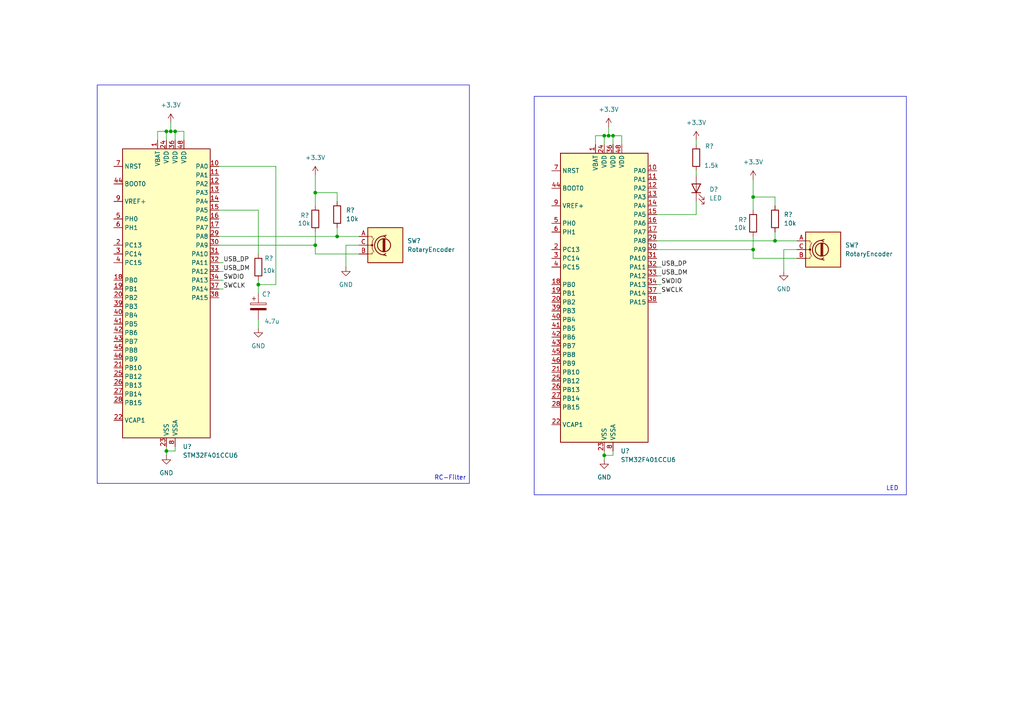
<source format=kicad_sch>
(kicad_sch (version 20231120) (generator "eeschema") (generator_version "8.0")
  (paper "A4")
  (lib_symbols
    (symbol "Device:C_Polarized" (pin_numbers hide) (pin_names (offset 0.254))
      (property "Reference" "C" (at 0.635 2.54 0))
      (property "Value" "C_Polarized" (at 0.635 -2.54 0))
      (symbol "C_Polarized_0_1"
        (rectangle (start -2.286 0.508) (end 2.286 1.016))
        (polyline (pts (xy -1.778 2.286) (xy -0.762 2.286)))
        (polyline (pts (xy -1.27 2.794) (xy -1.27 1.778)))
        (rectangle (start 2.286 -0.508) (end -2.286 -1.016) (fill (type outline)))
      )
      (symbol "C_Polarized_1_1"
        (pin passive line (at 0 3.81 270) (length 2.794) (name "~") (number "1"))
        (pin passive line (at 0 -3.81 90) (length 2.794) (name "~") (number "2"))
      )
    )
    (symbol "Device:LED" (pin_numbers hide) (pin_names (offset 1.016) hide)
      (property "Reference" "D" (at 0 2.54 0))
      (property "Value" "LED" (at 0 -2.54 0))
      (symbol "LED_0_1"
        (polyline (pts (xy -1.27 -1.27) (xy -1.27 1.27)) (stroke (width 0.254)))
        (polyline (pts (xy -1.27 0) (xy 1.27 0)))
        (polyline (pts (xy 1.27 -1.27) (xy 1.27 1.27) (xy -1.27 0) (xy 1.27 -1.27)) (stroke (width 0.254)))
        (polyline (pts (xy -3.048 -0.762) (xy -4.572 -2.286) (xy -3.81 -2.286) (xy -4.572 -2.286) (xy -4.572 -1.524)))
        (polyline (pts (xy -1.778 -0.762) (xy -3.302 -2.286) (xy -2.54 -2.286) (xy -3.302 -2.286) (xy -3.302 -1.524)))
      )
      (symbol "LED_1_1"
        (pin passive line (at -3.81 0 0) (length 2.54) (name "K") (number "1"))
        (pin passive line (at 3.81 0 180) (length 2.54) (name "A") (number "2"))
      )
    )
    (symbol "Device:R" (pin_numbers hide) (pin_names (offset 0))
      (property "Reference" "R" (at 2.032 0 90))
      (property "Value" "R" (at 0 0 90))
      (symbol "R_0_1"
        (rectangle (start -1.016 -2.54) (end 1.016 2.54) (stroke (width 0.254)))
      )
      (symbol "R_1_1"
        (pin passive line (at 0 3.81 270) (length 1.27) (name "~") (number "1"))
        (pin passive line (at 0 -3.81 90) (length 1.27) (name "~") (number "2"))
      )
    )
    (symbol "Device:RotaryEncoder" (pin_names (offset 0.254) hide)
      (property "Reference" "SW" (at 0 6.604 0))
      (property "Value" "RotaryEncoder" (at 0 -6.604 0))
      (symbol "RotaryEncoder_0_1"
        (rectangle (start -5.08 5.08) (end 5.08 -5.08) (stroke (width 0.254)) (fill (type background)))
        (circle (center -3.81 0) (radius 0.254) (fill (type outline)))
        (circle (center -0.381 0) (radius 1.905) (stroke (width 0.254)))
        (arc (start -0.381 2.667) (mid -3.0988 -0.0635) (end -0.381 -2.794) (stroke (width 0.254)))
        (polyline (pts (xy -0.635 -1.778) (xy -0.635 1.778)) (stroke (width 0.254)))
        (polyline (pts (xy -0.381 -1.778) (xy -0.381 1.778)) (stroke (width 0.254)))
        (polyline (pts (xy -0.127 1.778) (xy -0.127 -1.778)) (stroke (width 0.254)))
        (polyline (pts (xy -5.08 -2.54) (xy -3.81 -2.54) (xy -3.81 -2.032)))
        (polyline (pts (xy -5.08 2.54) (xy -3.81 2.54) (xy -3.81 2.032)))
        (polyline (pts (xy 0.254 -3.048) (xy -0.508 -2.794) (xy 0.127 -2.413)) (stroke (width 0.254)))
        (polyline (pts (xy 0.254 2.921) (xy -0.508 2.667) (xy 0.127 2.286)) (stroke (width 0.254)))
        (polyline (pts (xy -5.08 0) (xy -3.81 0) (xy -3.81 -1.016) (xy -3.302 -2.032)))
        (polyline (pts (xy -4.318 0) (xy -3.81 0) (xy -3.81 1.016) (xy -3.302 2.032)))
      )
      (symbol "RotaryEncoder_1_1"
        (pin passive line (at -7.62 2.54 0) (length 2.54) (name "A") (number "A"))
        (pin passive line (at -7.62 -2.54 0) (length 2.54) (name "B") (number "B"))
        (pin passive line (at -7.62 0 0) (length 2.54) (name "C") (number "C"))
      )
    )
    (symbol "MCU_ST_STM32F4:STM32F401CCUx"
      (property "Reference" "U" (at -12.7 44.45 0))
      (property "Value" "STM32F401CCUx" (at 7.62 44.45 0))
      (symbol "STM32F401CCUx_0_1"
        (rectangle (start -12.7 -40.64) (end 12.7 43.18) (stroke (width 0.254)) (fill (type background)))
      )
      (symbol "STM32F401CCUx_1_1"
        (pin power_in line (at -2.54 45.72 270) (length 2.54) (name "VBAT") (number "1"))
        (pin bidirectional line (at 15.24 38.1 180) (length 2.54) (name "PA0") (number "10"))
        (pin bidirectional line (at 15.24 35.56 180) (length 2.54) (name "PA1") (number "11"))
        (pin bidirectional line (at 15.24 33.02 180) (length 2.54) (name "PA2") (number "12"))
        (pin bidirectional line (at 15.24 30.48 180) (length 2.54) (name "PA3") (number "13"))
        (pin bidirectional line (at 15.24 27.94 180) (length 2.54) (name "PA4") (number "14"))
        (pin bidirectional line (at 15.24 25.4 180) (length 2.54) (name "PA5") (number "15"))
        (pin bidirectional line (at 15.24 22.86 180) (length 2.54) (name "PA6") (number "16"))
        (pin bidirectional line (at 15.24 20.32 180) (length 2.54) (name "PA7") (number "17"))
        (pin bidirectional line (at -15.24 5.08 0) (length 2.54) (name "PB0") (number "18"))
        (pin bidirectional line (at -15.24 2.54 0) (length 2.54) (name "PB1") (number "19"))
        (pin bidirectional line (at -15.24 15.24 0) (length 2.54) (name "PC13") (number "2"))
        (pin bidirectional line (at -15.24 0 0) (length 2.54) (name "PB2") (number "20"))
        (pin bidirectional line (at -15.24 -20.32 0) (length 2.54) (name "PB10") (number "21"))
        (pin power_out line (at -15.24 -35.56 0) (length 2.54) (name "VCAP1") (number "22"))
        (pin power_in line (at 0 -43.18 90) (length 2.54) (name "VSS") (number "23"))
        (pin power_in line (at 0 45.72 270) (length 2.54) (name "VDD") (number "24"))
        (pin bidirectional line (at -15.24 -22.86 0) (length 2.54) (name "PB12") (number "25"))
        (pin bidirectional line (at -15.24 -25.4 0) (length 2.54) (name "PB13") (number "26"))
        (pin bidirectional line (at -15.24 -27.94 0) (length 2.54) (name "PB14") (number "27"))
        (pin bidirectional line (at -15.24 -30.48 0) (length 2.54) (name "PB15") (number "28"))
        (pin bidirectional line (at 15.24 17.78 180) (length 2.54) (name "PA8") (number "29"))
        (pin bidirectional line (at -15.24 12.7 0) (length 2.54) (name "PC14") (number "3"))
        (pin bidirectional line (at 15.24 15.24 180) (length 2.54) (name "PA9") (number "30"))
        (pin bidirectional line (at 15.24 12.7 180) (length 2.54) (name "PA10") (number "31"))
        (pin bidirectional line (at 15.24 10.16 180) (length 2.54) (name "PA11") (number "32"))
        (pin bidirectional line (at 15.24 7.62 180) (length 2.54) (name "PA12") (number "33"))
        (pin bidirectional line (at 15.24 5.08 180) (length 2.54) (name "PA13") (number "34"))
        (pin passive line (at 0 -43.18 90) (length 2.54) hide (name "VSS") (number "35"))
        (pin power_in line (at 2.54 45.72 270) (length 2.54) (name "VDD") (number "36"))
        (pin bidirectional line (at 15.24 2.54 180) (length 2.54) (name "PA14") (number "37"))
        (pin bidirectional line (at 15.24 0 180) (length 2.54) (name "PA15") (number "38"))
        (pin bidirectional line (at -15.24 -2.54 0) (length 2.54) (name "PB3") (number "39"))
        (pin bidirectional line (at -15.24 10.16 0) (length 2.54) (name "PC15") (number "4"))
        (pin bidirectional line (at -15.24 -5.08 0) (length 2.54) (name "PB4") (number "40"))
        (pin bidirectional line (at -15.24 -7.62 0) (length 2.54) (name "PB5") (number "41"))
        (pin bidirectional line (at -15.24 -10.16 0) (length 2.54) (name "PB6") (number "42"))
        (pin bidirectional line (at -15.24 -12.7 0) (length 2.54) (name "PB7") (number "43"))
        (pin input line (at -15.24 33.02 0) (length 2.54) (name "BOOT0") (number "44"))
        (pin bidirectional line (at -15.24 -15.24 0) (length 2.54) (name "PB8") (number "45"))
        (pin bidirectional line (at -15.24 -17.78 0) (length 2.54) (name "PB9") (number "46"))
        (pin passive line (at 0 -43.18 90) (length 2.54) hide (name "VSS") (number "47"))
        (pin power_in line (at 5.08 45.72 270) (length 2.54) (name "VDD") (number "48"))
        (pin passive line (at 0 -43.18 90) (length 2.54) hide (name "VSS") (number "49"))
        (pin bidirectional line (at -15.24 22.86 0) (length 2.54) (name "PH0") (number "5"))
        (pin bidirectional line (at -15.24 20.32 0) (length 2.54) (name "PH1") (number "6"))
        (pin input line (at -15.24 38.1 0) (length 2.54) (name "NRST") (number "7"))
        (pin power_in line (at 2.54 -43.18 90) (length 2.54) (name "VSSA") (number "8"))
        (pin input line (at -15.24 27.94 0) (length 2.54) (name "VREF+") (number "9"))
      )
    )
    (symbol "power:+3.3V" (power) (pin_numbers hide) (pin_names (offset 0) hide)
      (property "Value" "+3.3V" (at 0 3.556 0))
      (symbol "+3.3V_0_1"
        (polyline (pts (xy -0.762 1.27) (xy 0 2.54)))
        (polyline (pts (xy 0 0) (xy 0 2.54)))
        (polyline (pts (xy 0 2.54) (xy 0.762 1.27)))
      )
      (symbol "+3.3V_1_1"
        (pin power_in line (at 0 0 90) (length 0) (name "~") (number "1"))
      )
    )
    (symbol "power:GND" (power) (pin_numbers hide) (pin_names (offset 0) hide)
      (property "Value" "GND" (at 0 -3.81 0))
      (symbol "GND_0_1"
        (polyline (pts (xy 0 0) (xy 0 -1.27) (xy 1.27 -1.27) (xy 0 -2.54) (xy -1.27 -1.27) (xy 0 -1.27)))
      )
      (symbol "GND_1_1"
        (pin power_in line (at 0 0 270) (length 0) (name "~") (number "1"))
      )
    )
  )
  (junction (at 175.26 132.08))
  (junction (at 48.26 130.81))
  (junction (at 224.79 69.85))
  (junction (at 50.8 38.1))
  (junction (at 97.79 68.58))
  (junction (at 176.53 39.37))
  (junction (at 218.44 72.39))
  (junction (at 49.53 38.1))
  (junction (at 91.44 71.12))
  (junction (at 91.44 55.88))
  (junction (at 74.93 82.55))
  (junction (at 175.26 39.37))
  (junction (at 218.44 57.15))
  (junction (at 48.26 38.1))
  (junction (at 177.8 39.37))
  (wire (pts (xy 190.5 85.09) (xy 191.77 85.09)))
  (wire (pts (xy 48.26 38.1) (xy 48.26 40.64)))
  (wire (pts (xy 218.44 68.58) (xy 218.44 72.39)))
  (wire (pts (xy 175.26 39.37) (xy 172.72 39.37)))
  (wire (pts (xy 201.93 62.23) (xy 190.5 62.23)))
  (wire (pts (xy 63.5 68.58) (xy 97.79 68.58)))
  (wire (pts (xy 53.34 40.64) (xy 53.34 38.1)))
  (wire (pts (xy 91.44 73.66) (xy 104.14 73.66)))
  (wire (pts (xy 227.33 72.39) (xy 231.14 72.39)))
  (wire (pts (xy 48.26 38.1) (xy 45.72 38.1)))
  (wire (pts (xy 50.8 129.54) (xy 50.8 130.81)))
  (wire (pts (xy 175.26 39.37) (xy 175.26 41.91)))
  (wire (pts (xy 190.5 80.01) (xy 191.77 80.01)))
  (wire (pts (xy 224.79 67.31) (xy 224.79 69.85)))
  (wire (pts (xy 190.5 69.85) (xy 224.79 69.85)))
  (wire (pts (xy 176.53 36.83) (xy 176.53 39.37)))
  (wire (pts (xy 100.33 77.47) (xy 100.33 71.12)))
  (wire (pts (xy 97.79 68.58) (xy 104.14 68.58)))
  (wire (pts (xy 172.72 39.37) (xy 172.72 41.91)))
  (wire (pts (xy 53.34 38.1) (xy 50.8 38.1)))
  (wire (pts (xy 63.5 76.2) (xy 64.77 76.2)))
  (wire (pts (xy 49.53 38.1) (xy 48.26 38.1)))
  (wire (pts (xy 91.44 55.88) (xy 97.79 55.88)))
  (wire (pts (xy 218.44 57.15) (xy 224.79 57.15)))
  (wire (pts (xy 74.93 81.28) (xy 74.93 82.55)))
  (wire (pts (xy 175.26 130.81) (xy 175.26 132.08)))
  (wire (pts (xy 63.5 78.74) (xy 64.77 78.74)))
  (wire (pts (xy 50.8 38.1) (xy 49.53 38.1)))
  (wire (pts (xy 177.8 39.37) (xy 177.8 41.91)))
  (wire (pts (xy 180.34 39.37) (xy 177.8 39.37)))
  (wire (pts (xy 201.93 58.42) (xy 201.93 62.23)))
  (wire (pts (xy 63.5 83.82) (xy 64.77 83.82)))
  (wire (pts (xy 176.53 39.37) (xy 175.26 39.37)))
  (wire (pts (xy 74.93 82.55) (xy 74.93 85.09)))
  (wire (pts (xy 74.93 92.71) (xy 74.93 95.25)))
  (wire (pts (xy 91.44 50.8) (xy 91.44 55.88)))
  (wire (pts (xy 45.72 38.1) (xy 45.72 40.64)))
  (wire (pts (xy 50.8 38.1) (xy 50.8 40.64)))
  (wire (pts (xy 218.44 57.15) (xy 218.44 60.96)))
  (wire (pts (xy 224.79 57.15) (xy 224.79 59.69)))
  (wire (pts (xy 177.8 132.08) (xy 175.26 132.08)))
  (wire (pts (xy 91.44 67.31) (xy 91.44 71.12)))
  (wire (pts (xy 190.5 82.55) (xy 191.77 82.55)))
  (wire (pts (xy 175.26 132.08) (xy 175.26 133.35)))
  (wire (pts (xy 97.79 55.88) (xy 97.79 58.42)))
  (wire (pts (xy 218.44 74.93) (xy 231.14 74.93)))
  (wire (pts (xy 63.5 71.12) (xy 91.44 71.12)))
  (wire (pts (xy 224.79 69.85) (xy 231.14 69.85)))
  (wire (pts (xy 218.44 52.07) (xy 218.44 57.15)))
  (wire (pts (xy 227.33 78.74) (xy 227.33 72.39)))
  (wire (pts (xy 201.93 49.53) (xy 201.93 50.8)))
  (wire (pts (xy 48.26 130.81) (xy 48.26 132.08)))
  (wire (pts (xy 218.44 72.39) (xy 218.44 74.93)))
  (wire (pts (xy 91.44 71.12) (xy 91.44 73.66)))
  (wire (pts (xy 97.79 66.04) (xy 97.79 68.58)))
  (wire (pts (xy 180.34 41.91) (xy 180.34 39.37)))
  (wire (pts (xy 190.5 72.39) (xy 218.44 72.39)))
  (wire (pts (xy 74.93 73.66) (xy 74.93 60.96)))
  (wire (pts (xy 177.8 39.37) (xy 176.53 39.37)))
  (wire (pts (xy 100.33 71.12) (xy 104.14 71.12)))
  (wire (pts (xy 80.01 82.55) (xy 74.93 82.55)))
  (wire (pts (xy 177.8 130.81) (xy 177.8 132.08)))
  (wire (pts (xy 63.5 48.26) (xy 80.01 48.26)))
  (wire (pts (xy 91.44 55.88) (xy 91.44 59.69)))
  (wire (pts (xy 190.5 77.47) (xy 191.77 77.47)))
  (wire (pts (xy 48.26 129.54) (xy 48.26 130.81)))
  (wire (pts (xy 201.93 40.64) (xy 201.93 41.91)))
  (wire (pts (xy 63.5 81.28) (xy 64.77 81.28)))
  (wire (pts (xy 80.01 48.26) (xy 80.01 82.55)))
  (wire (pts (xy 74.93 60.96) (xy 63.5 60.96)))
  (wire (pts (xy 50.8 130.81) (xy 48.26 130.81)))
  (wire (pts (xy 49.53 35.56) (xy 49.53 38.1)))
  (rectangle (start 28.194 24.638) (end 136.144 140.208))
  (rectangle (start 154.94 27.94) (end 262.89 143.51))
  (text "RC-Filter" (at 130.556 138.684 0) (effects (font (size 1.27 1.27))))
  (text "LED" (at 258.826 141.732 0) (effects (font (size 1.27 1.27))))
  (label "USB_DM" (at 64.77 78.74 0))
  (label "SWCLK" (at 191.77 85.09 0))
  (label "USB_DP" (at 191.77 77.47 0))
  (label "USB_DM" (at 191.77 80.01 0))
  (label "SWDIO" (at 64.77 81.28 0))
  (label "SWCLK" (at 64.77 83.82 0))
  (label "USB_DP" (at 64.77 76.2 0))
  (label "SWDIO" (at 191.77 82.55 0))
  (symbol (lib_id "power:GND") (at 74.93 95.25 0) (unit 1)
    (property "Reference" "#PWR03" (effects (hide yes)))
    (property "Value" "GND" (at 74.93 100.33 0))
    (property "Description" "Power symbol creates a global label with name \"GND\" , ground" (effects (hide yes)))
  )
  (symbol (lib_id "Device:R") (at 91.44 63.5 0) (unit 1)
    (property "Reference" "R?" (at 87.122 62.484 0) (effects (justify left)))
    (property "Value" "10k" (at 86.36 64.77 0) (effects (justify left)))
    (property "Description" "Resistor" (effects (hide yes)))
  )
  (symbol (lib_id "Device:R") (at 201.93 45.72 0) (unit 1)
    (property "Reference" "R?" (at 204.47 42.418 0) (effects (justify left)))
    (property "Value" "1.5k" (at 204.216 48.006 0) (effects (justify left)))
    (property "Description" "Resistor" (effects (hide yes)))
  )
  (symbol (lib_id "power:+3.3V") (at 91.44 50.8 0) (unit 1)
    (property "Reference" "#PWR02" (effects (hide yes)))
    (property "Value" "+3.3V" (at 91.44 45.72 0))
    (property "Description" "Power symbol creates a global label with name \"+3.3V\"" (effects (hide yes)))
  )
  (symbol (lib_id "power:GND") (at 175.26 133.35 0) (unit 1)
    (property "Reference" "#PWR010" (effects (hide yes)))
    (property "Value" "GND" (at 175.26 138.43 0))
    (property "Description" "Power symbol creates a global label with name \"GND\" , ground" (effects (hide yes)))
  )
  (symbol (lib_id "power:+3.3V") (at 49.53 35.56 0) (unit 1)
    (property "Reference" "#PWR05" (effects (hide yes)))
    (property "Value" "+3.3V" (at 49.53 30.48 0))
    (property "Description" "Power symbol creates a global label with name \"+3.3V\"" (effects (hide yes)))
  )
  (symbol (lib_id "MCU_ST_STM32F4:STM32F401CCUx") (at 175.26 87.63 0) (unit 1)
    (property "Reference" "U?" (at 179.9941 130.81 0) (effects (justify left)))
    (property "Value" "STM32F401CCU6" (at 179.9941 133.35 0) (effects (justify left)))
    (property "Footprint" "Package_DFN_QFN:QFN-48-1EP_7x7mm_P0.5mm_EP5.6x5.6mm" (effects (hide yes)))
    (property "Datasheet" "https://www.st.com/resource/en/datasheet/stm32f401cc.pdf" (effects (hide yes)))
    (property "Description" "STMicroelectronics Arm Cortex-M4 MCU, 256KB flash, 64KB RAM, 84 MHz, 1.7-3.6V, 36 GPIO, UFQFPN48" (effects (hide yes)))
  )
  (symbol (lib_id "Device:C_Polarized") (at 74.93 88.9 0) (unit 1)
    (property "Reference" "C?" (at 75.946 85.344 0) (effects (justify left)))
    (property "Value" "4.7u" (at 76.708 93.218 0) (effects (justify left)))
    (property "Description" "Polarized capacitor" (effects (hide yes)))
  )
  (symbol (lib_id "MCU_ST_STM32F4:STM32F401CCUx") (at 48.26 86.36 0) (unit 1)
    (property "Reference" "U?" (at 52.9941 129.54 0) (effects (justify left)))
    (property "Value" "STM32F401CCU6" (at 52.9941 132.08 0) (effects (justify left)))
    (property "Footprint" "Package_DFN_QFN:QFN-48-1EP_7x7mm_P0.5mm_EP5.6x5.6mm" (effects (hide yes)))
    (property "Datasheet" "https://www.st.com/resource/en/datasheet/stm32f401cc.pdf" (effects (hide yes)))
    (property "Description" "STMicroelectronics Arm Cortex-M4 MCU, 256KB flash, 64KB RAM, 84 MHz, 1.7-3.6V, 36 GPIO, UFQFPN48" (effects (hide yes)))
  )
  (symbol (lib_id "power:+3.3V") (at 218.44 52.07 0) (unit 1)
    (property "Reference" "#PWR07" (effects (hide yes)))
    (property "Value" "+3.3V" (at 218.44 46.99 0))
    (property "Description" "Power symbol creates a global label with name \"+3.3V\"" (effects (hide yes)))
  )
  (symbol (lib_id "Device:R") (at 97.79 62.23 0) (unit 1)
    (property "Reference" "R?" (at 100.33 60.9599 0) (effects (justify left)))
    (property "Value" "10k" (at 100.33 63.4999 0) (effects (justify left)))
    (property "Description" "Resistor" (effects (hide yes)))
  )
  (symbol (lib_id "power:GND") (at 100.33 77.47 0) (unit 1)
    (property "Reference" "#PWR01" (effects (hide yes)))
    (property "Value" "GND" (at 100.33 82.55 0))
    (property "Description" "Power symbol creates a global label with name \"GND\" , ground" (effects (hide yes)))
  )
  (symbol (lib_id "Device:R") (at 218.44 64.77 0) (unit 1)
    (property "Reference" "R?" (at 214.122 63.754 0) (effects (justify left)))
    (property "Value" "10k" (at 212.852 66.04 0) (effects (justify left)))
    (property "Description" "Resistor" (effects (hide yes)))
  )
  (symbol (lib_id "power:+3.3V") (at 201.93 40.64 0) (unit 1)
    (property "Reference" "#PWR011" (effects (hide yes)))
    (property "Value" "+3.3V" (at 201.93 35.56 0))
    (property "Description" "Power symbol creates a global label with name \"+3.3V\"" (effects (hide yes)))
  )
  (symbol (lib_id "power:GND") (at 48.26 132.08 0) (unit 1)
    (property "Reference" "#PWR04" (effects (hide yes)))
    (property "Value" "GND" (at 48.26 137.16 0))
    (property "Description" "Power symbol creates a global label with name \"GND\" , ground" (effects (hide yes)))
  )
  (symbol (lib_id "Device:RotaryEncoder") (at 238.76 72.39 0) (unit 1)
    (property "Reference" "SW?" (at 245.11 71.1199 0) (effects (justify left)))
    (property "Value" "RotaryEncoder" (at 245.11 73.6599 0) (effects (justify left)))
    (property "Description" "Rotary encoder, dual channel, incremental quadrate outputs" (effects (hide yes)))
  )
  (symbol (lib_id "Device:RotaryEncoder") (at 111.76 71.12 0) (unit 1)
    (property "Reference" "SW?" (at 118.11 69.8499 0) (effects (justify left)))
    (property "Value" "RotaryEncoder" (at 118.11 72.3899 0) (effects (justify left)))
    (property "Description" "Rotary encoder, dual channel, incremental quadrate outputs" (effects (hide yes)))
  )
  (symbol (lib_id "Device:R") (at 224.79 63.5 0) (unit 1)
    (property "Reference" "R?" (at 227.33 62.2299 0) (effects (justify left)))
    (property "Value" "10k" (at 227.33 64.7699 0) (effects (justify left)))
    (property "Description" "Resistor" (effects (hide yes)))
  )
  (symbol (lib_id "power:+3.3V") (at 176.53 36.83 0) (unit 1)
    (property "Reference" "#PWR06" (effects (hide yes)))
    (property "Value" "+3.3V" (at 176.53 31.75 0))
    (property "Description" "Power symbol creates a global label with name \"+3.3V\"" (effects (hide yes)))
  )
  (symbol (lib_id "Device:LED") (at 201.93 54.61 90) (unit 1)
    (property "Reference" "D?" (at 205.74 54.9274 90) (effects (justify right)))
    (property "Value" "LED" (at 205.74 57.4674 90) (effects (justify right)))
    (property "Description" "Light emitting diode" (effects (hide yes)))
  )
  (symbol (lib_id "Device:R") (at 74.93 77.47 0) (unit 1)
    (property "Reference" "R?" (at 76.708 74.93 0) (effects (justify left)))
    (property "Value" "10k" (at 76.2 78.486 0) (effects (justify left)))
    (property "Description" "Resistor" (effects (hide yes)))
  )
  (symbol (lib_id "power:GND") (at 227.33 78.74 0) (unit 1)
    (property "Reference" "#PWR08" (effects (hide yes)))
    (property "Value" "GND" (at 227.33 83.82 0))
    (property "Description" "Power symbol creates a global label with name \"GND\" , ground" (effects (hide yes)))
  )
)
</source>
